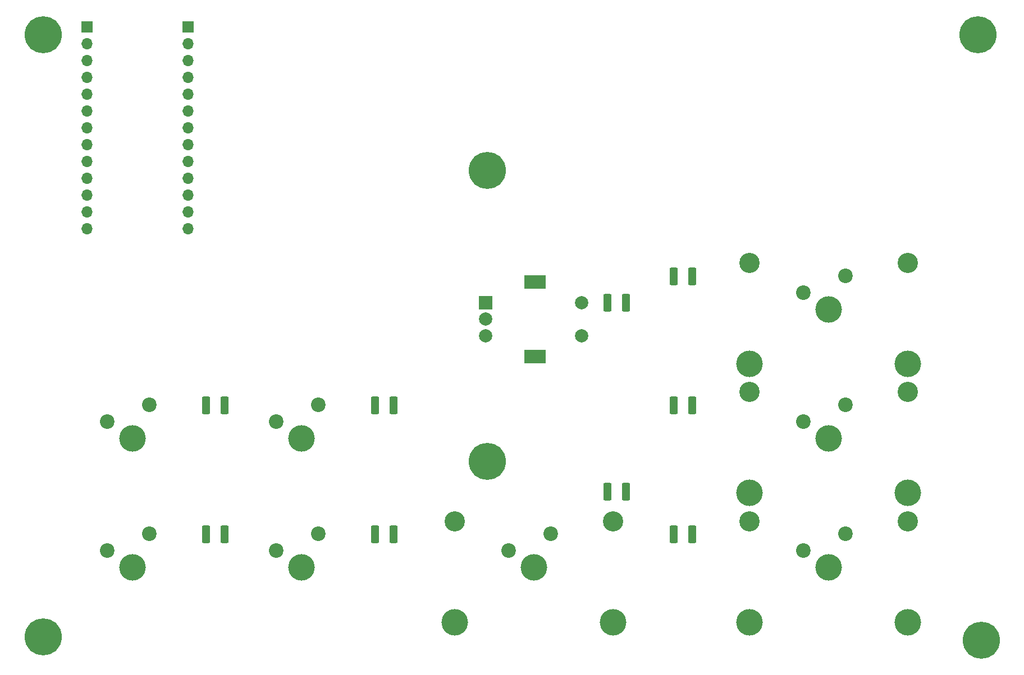
<source format=gbr>
%TF.GenerationSoftware,KiCad,Pcbnew,(6.0.0)*%
%TF.CreationDate,2022-06-05T14:16:53+02:00*%
%TF.ProjectId,Qlab_macro_keyboard,516c6162-5f6d-4616-9372-6f5f6b657962,rev?*%
%TF.SameCoordinates,Original*%
%TF.FileFunction,Soldermask,Top*%
%TF.FilePolarity,Negative*%
%FSLAX46Y46*%
G04 Gerber Fmt 4.6, Leading zero omitted, Abs format (unit mm)*
G04 Created by KiCad (PCBNEW (6.0.0)) date 2022-06-05 14:16:53*
%MOMM*%
%LPD*%
G01*
G04 APERTURE LIST*
G04 Aperture macros list*
%AMRoundRect*
0 Rectangle with rounded corners*
0 $1 Rounding radius*
0 $2 $3 $4 $5 $6 $7 $8 $9 X,Y pos of 4 corners*
0 Add a 4 corners polygon primitive as box body*
4,1,4,$2,$3,$4,$5,$6,$7,$8,$9,$2,$3,0*
0 Add four circle primitives for the rounded corners*
1,1,$1+$1,$2,$3*
1,1,$1+$1,$4,$5*
1,1,$1+$1,$6,$7*
1,1,$1+$1,$8,$9*
0 Add four rect primitives between the rounded corners*
20,1,$1+$1,$2,$3,$4,$5,0*
20,1,$1+$1,$4,$5,$6,$7,0*
20,1,$1+$1,$6,$7,$8,$9,0*
20,1,$1+$1,$8,$9,$2,$3,0*%
G04 Aperture macros list end*
%ADD10RoundRect,0.250000X0.375000X1.075000X-0.375000X1.075000X-0.375000X-1.075000X0.375000X-1.075000X0*%
%ADD11C,4.000000*%
%ADD12C,2.200000*%
%ADD13R,2.000000X2.000000*%
%ADD14C,2.000000*%
%ADD15R,3.200000X2.000000*%
%ADD16C,3.050000*%
%ADD17C,5.600000*%
%ADD18RoundRect,0.250000X-0.375000X-1.075000X0.375000X-1.075000X0.375000X1.075000X-0.375000X1.075000X0*%
%ADD19R,1.700000X1.700000*%
%ADD20O,1.700000X1.700000*%
G04 APERTURE END LIST*
D10*
%TO.C,D5*%
X127900000Y-81000000D03*
X125100000Y-81000000D03*
%TD*%
D11*
%TO.C,SW1*%
X53500000Y-101500000D03*
D12*
X49690000Y-98960000D03*
X56040000Y-96420000D03*
%TD*%
D13*
%TO.C,ENC1*%
X106750000Y-81000000D03*
D14*
X106750000Y-86000000D03*
X106750000Y-83500000D03*
D15*
X114250000Y-89100000D03*
X114250000Y-77900000D03*
D14*
X121250000Y-86000000D03*
X121250000Y-81000000D03*
%TD*%
D11*
%TO.C,SW8*%
X158500000Y-121000000D03*
X146562000Y-129240000D03*
D16*
X170438000Y-114000000D03*
D11*
X170438000Y-129240000D03*
D16*
X146562000Y-114000000D03*
D12*
X154690000Y-118460000D03*
X161040000Y-115920000D03*
%TD*%
D11*
%TO.C,SW4*%
X79000000Y-121000000D03*
D12*
X75190000Y-118460000D03*
X81540000Y-115920000D03*
%TD*%
D11*
%TO.C,SW6*%
X146562000Y-90240000D03*
D16*
X146562000Y-75000000D03*
D11*
X158500000Y-82000000D03*
D16*
X170438000Y-75000000D03*
D11*
X170438000Y-90240000D03*
D12*
X154690000Y-79460000D03*
X161040000Y-76920000D03*
%TD*%
D10*
%TO.C,D4*%
X92900000Y-116000000D03*
X90100000Y-116000000D03*
%TD*%
D17*
%TO.C,H4*%
X40000000Y-131500000D03*
%TD*%
%TO.C,H3*%
X181000000Y-40500000D03*
%TD*%
D18*
%TO.C,D8*%
X135100000Y-96500000D03*
X137900000Y-96500000D03*
%TD*%
D10*
%TO.C,D1*%
X67400000Y-96500000D03*
X64600000Y-96500000D03*
%TD*%
D11*
%TO.C,SW7*%
X158500000Y-101500000D03*
D16*
X170438000Y-94500000D03*
D11*
X170438000Y-109740000D03*
X146562000Y-109740000D03*
D16*
X146562000Y-94500000D03*
D12*
X154690000Y-98960000D03*
X161040000Y-96420000D03*
%TD*%
D18*
%TO.C,D9*%
X135100000Y-116000000D03*
X137900000Y-116000000D03*
%TD*%
D10*
%TO.C,D2*%
X67400000Y-116000000D03*
X64600000Y-116000000D03*
%TD*%
D17*
%TO.C,H1*%
X40000000Y-40500000D03*
%TD*%
D10*
%TO.C,D3*%
X92900000Y-96500000D03*
X90100000Y-96500000D03*
%TD*%
D11*
%TO.C,SW5*%
X125938000Y-129240000D03*
X102062000Y-129240000D03*
D16*
X125938000Y-114000000D03*
D11*
X114000000Y-121000000D03*
D16*
X102062000Y-114000000D03*
D12*
X110190000Y-118460000D03*
X116540000Y-115920000D03*
%TD*%
D17*
%TO.C,H6*%
X181500000Y-132000000D03*
%TD*%
%TO.C,H5*%
X107000000Y-105000000D03*
%TD*%
D18*
%TO.C,D7*%
X135100000Y-77000000D03*
X137900000Y-77000000D03*
%TD*%
D19*
%TO.C,J2*%
X61884000Y-39340000D03*
D20*
X61884000Y-41880000D03*
X61884000Y-44420000D03*
X61884000Y-46960000D03*
X61884000Y-49500000D03*
X61884000Y-52040000D03*
X61884000Y-54580000D03*
X61884000Y-57120000D03*
X61884000Y-59660000D03*
X61884000Y-62200000D03*
X61884000Y-64740000D03*
X61884000Y-67280000D03*
X61884000Y-69820000D03*
%TD*%
D11*
%TO.C,SW3*%
X79000000Y-101500000D03*
D12*
X75190000Y-98960000D03*
X81540000Y-96420000D03*
%TD*%
D10*
%TO.C,D6*%
X127900000Y-109500000D03*
X125100000Y-109500000D03*
%TD*%
D11*
%TO.C,SW2*%
X53500000Y-121000000D03*
D12*
X49690000Y-118460000D03*
X56040000Y-115920000D03*
%TD*%
D17*
%TO.C,H2*%
X107000000Y-61000000D03*
%TD*%
D19*
%TO.C,J1*%
X46634000Y-39355000D03*
D20*
X46634000Y-41895000D03*
X46634000Y-44435000D03*
X46634000Y-46975000D03*
X46634000Y-49515000D03*
X46634000Y-52055000D03*
X46634000Y-54595000D03*
X46634000Y-57135000D03*
X46634000Y-59675000D03*
X46634000Y-62215000D03*
X46634000Y-64755000D03*
X46634000Y-67295000D03*
X46634000Y-69835000D03*
%TD*%
M02*

</source>
